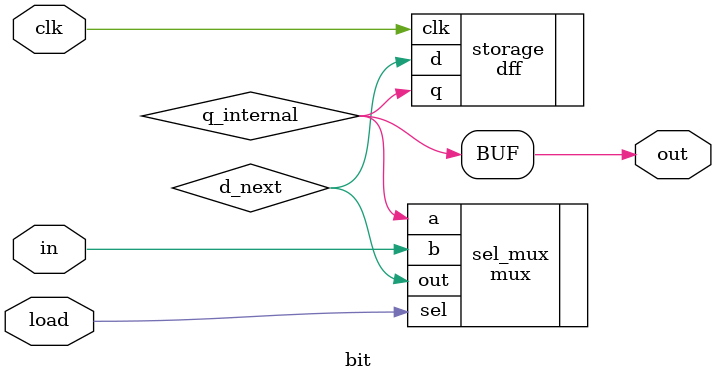
<source format=v>
`timescale 1ns / 1ps

module bit (
    input  wire in,    // donnée à charger
    input  wire load,  // 1 → charger « in », 0 → conserver
    input  wire clk,   // horloge
    output wire out    // valeur mémorisée
);
    wire q_internal;   // sortie interne du DFF
    wire d_next;       // donnée appliquée au DFF

    // Sélection : si load=1 → in, sinon → valeur courante
    mux sel_mux (
        .a   (q_internal), // garder
        .b   (in),         // charger
        .sel (load),
        .out (d_next)
    );

    // Stockage sur front montant
    dff storage (
        .d   (d_next),
        .clk (clk),
        .q   (q_internal)
    );

    assign out = q_internal;
endmodule
</source>
